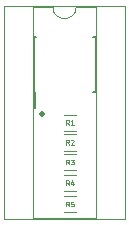
<source format=gbr>
G04 #@! TF.GenerationSoftware,KiCad,Pcbnew,(5.1.4)-1*
G04 #@! TF.CreationDate,2021-01-18T22:58:43+01:00*
G04 #@! TF.ProjectId,Delay Line,44656c61-7920-44c6-996e-652e6b696361,rev?*
G04 #@! TF.SameCoordinates,Original*
G04 #@! TF.FileFunction,Legend,Top*
G04 #@! TF.FilePolarity,Positive*
%FSLAX46Y46*%
G04 Gerber Fmt 4.6, Leading zero omitted, Abs format (unit mm)*
G04 Created by KiCad (PCBNEW (5.1.4)-1) date 2021-01-18 22:58:43*
%MOMM*%
%LPD*%
G04 APERTURE LIST*
%ADD10C,0.300000*%
%ADD11C,0.120000*%
%ADD12C,0.150000*%
%ADD13C,0.075000*%
G04 APERTURE END LIST*
D10*
X136372600Y-76481714D02*
X136444028Y-76553142D01*
X136372600Y-76624571D01*
X136301171Y-76553142D01*
X136372600Y-76481714D01*
X136372600Y-76624571D01*
D11*
X139303000Y-67453200D02*
G75*
G02X137303000Y-67453200I-1000000J0D01*
G01*
X137303000Y-67453200D02*
X135653000Y-67453200D01*
X135653000Y-67453200D02*
X135653000Y-85353200D01*
X135653000Y-85353200D02*
X140953000Y-85353200D01*
X140953000Y-85353200D02*
X140953000Y-67453200D01*
X140953000Y-67453200D02*
X139303000Y-67453200D01*
X133163000Y-67393200D02*
X133163000Y-85413200D01*
X133163000Y-85413200D02*
X143443000Y-85413200D01*
X143443000Y-85413200D02*
X143443000Y-67393200D01*
X143443000Y-67393200D02*
X133163000Y-67393200D01*
X138260000Y-76586800D02*
X139260000Y-76586800D01*
X139260000Y-77946800D02*
X138260000Y-77946800D01*
X138260000Y-78263200D02*
X139260000Y-78263200D01*
X139260000Y-79623200D02*
X138260000Y-79623200D01*
X139260000Y-81299600D02*
X138260000Y-81299600D01*
X138260000Y-79939600D02*
X139260000Y-79939600D01*
X139260000Y-83052200D02*
X138260000Y-83052200D01*
X138260000Y-81692200D02*
X139260000Y-81692200D01*
X138260000Y-83495600D02*
X139260000Y-83495600D01*
X139260000Y-84855600D02*
X138260000Y-84855600D01*
D12*
X135828000Y-74689600D02*
X135828000Y-76039600D01*
X140953000Y-74689600D02*
X140953000Y-70039600D01*
X135703000Y-74689600D02*
X135703000Y-70039600D01*
X140953000Y-74689600D02*
X140728000Y-74689600D01*
X140953000Y-70039600D02*
X140728000Y-70039600D01*
X135703000Y-70039600D02*
X135928000Y-70039600D01*
X135703000Y-74689600D02*
X135828000Y-74689600D01*
D13*
X138693333Y-77447752D02*
X138560000Y-77257276D01*
X138464761Y-77447752D02*
X138464761Y-77047752D01*
X138617142Y-77047752D01*
X138655238Y-77066800D01*
X138674285Y-77085847D01*
X138693333Y-77123942D01*
X138693333Y-77181085D01*
X138674285Y-77219180D01*
X138655238Y-77238228D01*
X138617142Y-77257276D01*
X138464761Y-77257276D01*
X139074285Y-77447752D02*
X138845714Y-77447752D01*
X138960000Y-77447752D02*
X138960000Y-77047752D01*
X138921904Y-77104895D01*
X138883809Y-77142990D01*
X138845714Y-77162038D01*
X138693333Y-79124152D02*
X138560000Y-78933676D01*
X138464761Y-79124152D02*
X138464761Y-78724152D01*
X138617142Y-78724152D01*
X138655238Y-78743200D01*
X138674285Y-78762247D01*
X138693333Y-78800342D01*
X138693333Y-78857485D01*
X138674285Y-78895580D01*
X138655238Y-78914628D01*
X138617142Y-78933676D01*
X138464761Y-78933676D01*
X138845714Y-78762247D02*
X138864761Y-78743200D01*
X138902857Y-78724152D01*
X138998095Y-78724152D01*
X139036190Y-78743200D01*
X139055238Y-78762247D01*
X139074285Y-78800342D01*
X139074285Y-78838438D01*
X139055238Y-78895580D01*
X138826666Y-79124152D01*
X139074285Y-79124152D01*
X138693333Y-80800552D02*
X138560000Y-80610076D01*
X138464761Y-80800552D02*
X138464761Y-80400552D01*
X138617142Y-80400552D01*
X138655238Y-80419600D01*
X138674285Y-80438647D01*
X138693333Y-80476742D01*
X138693333Y-80533885D01*
X138674285Y-80571980D01*
X138655238Y-80591028D01*
X138617142Y-80610076D01*
X138464761Y-80610076D01*
X138826666Y-80400552D02*
X139074285Y-80400552D01*
X138940952Y-80552933D01*
X138998095Y-80552933D01*
X139036190Y-80571980D01*
X139055238Y-80591028D01*
X139074285Y-80629123D01*
X139074285Y-80724361D01*
X139055238Y-80762457D01*
X139036190Y-80781504D01*
X138998095Y-80800552D01*
X138883809Y-80800552D01*
X138845714Y-80781504D01*
X138826666Y-80762457D01*
X138693333Y-82553152D02*
X138560000Y-82362676D01*
X138464761Y-82553152D02*
X138464761Y-82153152D01*
X138617142Y-82153152D01*
X138655238Y-82172200D01*
X138674285Y-82191247D01*
X138693333Y-82229342D01*
X138693333Y-82286485D01*
X138674285Y-82324580D01*
X138655238Y-82343628D01*
X138617142Y-82362676D01*
X138464761Y-82362676D01*
X139036190Y-82286485D02*
X139036190Y-82553152D01*
X138940952Y-82134104D02*
X138845714Y-82419819D01*
X139093333Y-82419819D01*
X138693333Y-84356552D02*
X138560000Y-84166076D01*
X138464761Y-84356552D02*
X138464761Y-83956552D01*
X138617142Y-83956552D01*
X138655238Y-83975600D01*
X138674285Y-83994647D01*
X138693333Y-84032742D01*
X138693333Y-84089885D01*
X138674285Y-84127980D01*
X138655238Y-84147028D01*
X138617142Y-84166076D01*
X138464761Y-84166076D01*
X139055238Y-83956552D02*
X138864761Y-83956552D01*
X138845714Y-84147028D01*
X138864761Y-84127980D01*
X138902857Y-84108933D01*
X138998095Y-84108933D01*
X139036190Y-84127980D01*
X139055238Y-84147028D01*
X139074285Y-84185123D01*
X139074285Y-84280361D01*
X139055238Y-84318457D01*
X139036190Y-84337504D01*
X138998095Y-84356552D01*
X138902857Y-84356552D01*
X138864761Y-84337504D01*
X138845714Y-84318457D01*
M02*

</source>
